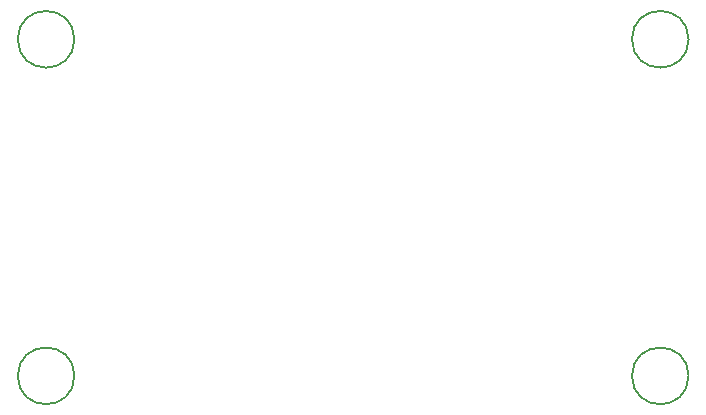
<source format=gbr>
%TF.GenerationSoftware,KiCad,Pcbnew,8.0.7-8.0.7-0~ubuntu22.04.1*%
%TF.CreationDate,2024-12-14T21:10:45+08:00*%
%TF.ProjectId,SmartClock,536d6172-7443-46c6-9f63-6b2e6b696361,rev?*%
%TF.SameCoordinates,Original*%
%TF.FileFunction,Other,Comment*%
%FSLAX46Y46*%
G04 Gerber Fmt 4.6, Leading zero omitted, Abs format (unit mm)*
G04 Created by KiCad (PCBNEW 8.0.7-8.0.7-0~ubuntu22.04.1) date 2024-12-14 21:10:45*
%MOMM*%
%LPD*%
G01*
G04 APERTURE LIST*
%ADD10C,0.150000*%
G04 APERTURE END LIST*
D10*
%TO.C,U1*%
X119150000Y-56000000D02*
G75*
G02*
X114350000Y-56000000I-2400000J0D01*
G01*
X114350000Y-56000000D02*
G75*
G02*
X119150000Y-56000000I2400000J0D01*
G01*
X119150000Y-84500000D02*
G75*
G02*
X114350000Y-84500000I-2400000J0D01*
G01*
X114350000Y-84500000D02*
G75*
G02*
X119150000Y-84500000I2400000J0D01*
G01*
X171150000Y-56000000D02*
G75*
G02*
X166350000Y-56000000I-2400000J0D01*
G01*
X166350000Y-56000000D02*
G75*
G02*
X171150000Y-56000000I2400000J0D01*
G01*
X171150000Y-84500000D02*
G75*
G02*
X166350000Y-84500000I-2400000J0D01*
G01*
X166350000Y-84500000D02*
G75*
G02*
X171150000Y-84500000I2400000J0D01*
G01*
%TD*%
M02*

</source>
